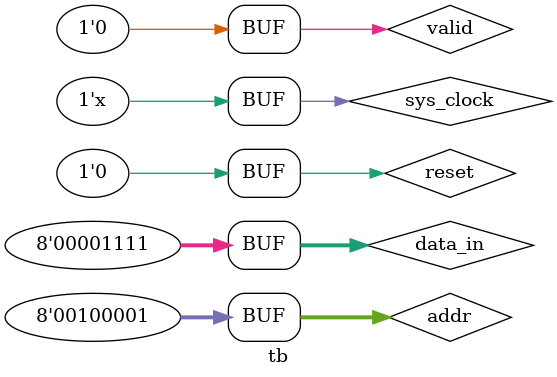
<source format=sv>
/* TESTBENCH
Geraçao de estimulos para o modulo TPU
*/
`timescale 1us/100ns

module tb;

logic sys_clock;
logic reset;
logic valid;
logic [7:0]addr;
logic [7:0]data_in;
logic [7:0]data_out;
logic g_clk_tx;
logic g_clk_rx;
logic [7:0]tpuint_byte0;
logic [7:0]tpuint_byte1;
logic [15:0]counter;
logic [7:0]tpu_control; //bit 7 a 5: n usado, bit 4: intflag, bit 3: timerintmsk, bit 2: rxslot_en, bit 1: txslot_en, bit 0: rsttpu
logic tpu_int;
logic [7:0]tx_slot;
logic [7:0]rx_slot;
logic intflag;



register_file r1 (
.sys_clock(sys_clock), 
.reset(reset), 
.data_in(data_in), 
.we(valid), 
.addr(addr), 
.data_out(data_out), 
.tpu_control(tpu_control), 
.tpuint_byte0(tpuint_byte0), 
.tpuint_byte1(tpuint_byte1), 
.tx_slot(tx_slot), 
.rx_slot(rx_slot), 
.rsttpu(rsttpu),
.intflag(intflag) 
);


timer t1 (
.sys_clock(sys_clock), 
.reset(reset), 
.rsttpu(rsttpu), 
.tpu_control(tpu_control), 
.tpuint_byte0(tpuint_byte0), 
.tpuint_byte1(tpuint_byte1), 
.tpu_int(tpu_int), 
.counter(counter),
.intflag(intflag)
);


gerador_clock g1 (
.sys_clock(sys_clock), 
.reset(reset), 
.tpu_control(tpu_control), 
.tx_slot(tx_slot), 
.rx_slot(rx_slot), 
.g_clk_tx(g_clk_tx), 
.g_clk_rx(g_clk_rx), 
.counter(counter)
);

//Gerador de clock
initial
	sys_clock = 0;
	
always 
begin
	#15625ns;
	sys_clock = ~sys_clock;
end 

//Gerador de Reset
initial
begin
	reset = 1;
	#31250ns
	reset = 0;
end

//Geraçao de valores de data_in e addr
initial
begin
	#46875ns
		valid = 1'd1;
		addr = 8'h21;
		data_in = 8'd5;
	#31250ns
		valid = 1'd1;
		addr = 8'h22;
		data_in = 8'd6;
	#31250ns
		valid = 1'd1;
		addr = 8'h23;
		data_in = 8'b00000000;
	#31250ns
		valid = 1'd1;
		addr = 8'h24;
		data_in = 8'b00000100;
	#31250ns
		valid = 1'd1;
		addr = 8'h20;
		data_in = 8'b00001111;
	#31250ns
	#31250ns
		valid = 1'd1;
		addr = 8'h24;
		data_in = 8'b00001000;
	#31250ns
		valid = 1'd1;
		addr = 8'h20;
		data_in = 8'b00001110;
	#31250ns
		valid = 1'd1;
		addr = 8'h20;
		data_in = 8'b00011110;
	#31250ns
		valid = 1'd0;
		addr = 8'h21;
		data_in = 8'd15;
end


endmodule 
</source>
